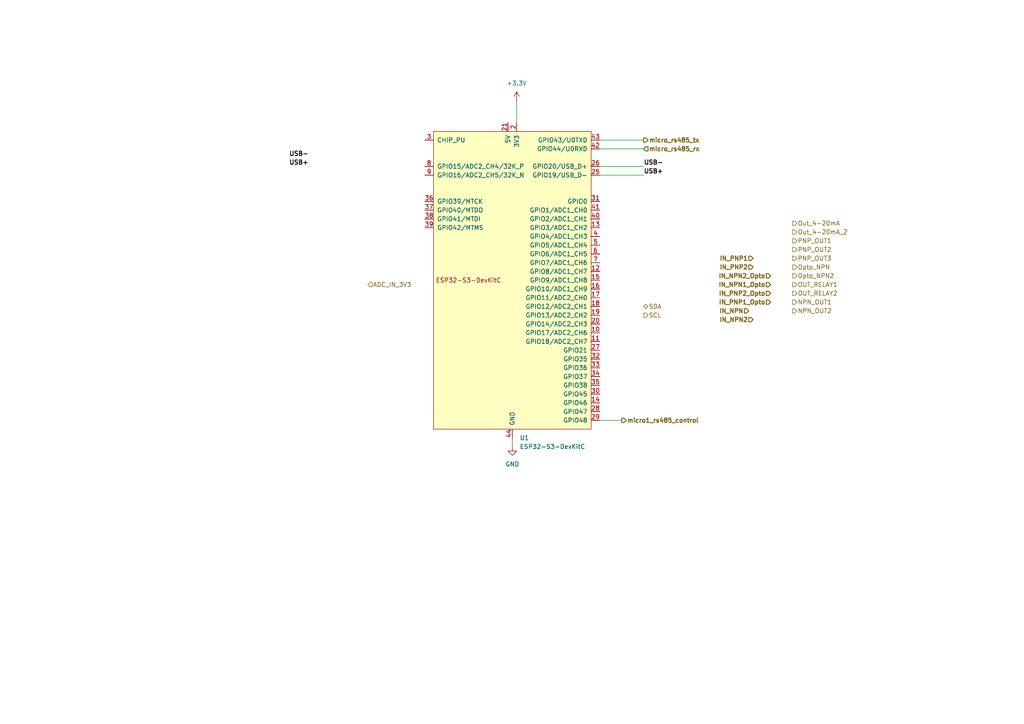
<source format=kicad_sch>
(kicad_sch
	(version 20250114)
	(generator "eeschema")
	(generator_version "9.0")
	(uuid "1faa66be-571e-41f6-bce8-3b569d3462c3")
	(paper "A4")
	(lib_symbols
		(symbol "GP8211S-TC50:+3.3V"
			(power)
			(pin_numbers
				(hide yes)
			)
			(pin_names
				(offset 0)
				(hide yes)
			)
			(exclude_from_sim no)
			(in_bom yes)
			(on_board yes)
			(property "Reference" "#PWR"
				(at 0 -3.81 0)
				(effects
					(font
						(size 1.27 1.27)
					)
					(hide yes)
				)
			)
			(property "Value" "+3.3V"
				(at 0 3.556 0)
				(effects
					(font
						(size 1.27 1.27)
					)
				)
			)
			(property "Footprint" ""
				(at 0 0 0)
				(effects
					(font
						(size 1.27 1.27)
					)
					(hide yes)
				)
			)
			(property "Datasheet" ""
				(at 0 0 0)
				(effects
					(font
						(size 1.27 1.27)
					)
					(hide yes)
				)
			)
			(property "Description" "Power symbol creates a global label with name \"+3.3V\""
				(at 0 0 0)
				(effects
					(font
						(size 1.27 1.27)
					)
					(hide yes)
				)
			)
			(property "ki_keywords" "global power"
				(at 0 0 0)
				(effects
					(font
						(size 1.27 1.27)
					)
					(hide yes)
				)
			)
			(symbol "+3.3V_0_1"
				(polyline
					(pts
						(xy -0.762 1.27) (xy 0 2.54)
					)
					(stroke
						(width 0)
						(type default)
					)
					(fill
						(type none)
					)
				)
				(polyline
					(pts
						(xy 0 2.54) (xy 0.762 1.27)
					)
					(stroke
						(width 0)
						(type default)
					)
					(fill
						(type none)
					)
				)
				(polyline
					(pts
						(xy 0 0) (xy 0 2.54)
					)
					(stroke
						(width 0)
						(type default)
					)
					(fill
						(type none)
					)
				)
			)
			(symbol "+3.3V_1_1"
				(pin power_in line
					(at 0 0 90)
					(length 0)
					(name "~"
						(effects
							(font
								(size 1.27 1.27)
							)
						)
					)
					(number "1"
						(effects
							(font
								(size 1.27 1.27)
							)
						)
					)
				)
			)
			(embedded_fonts no)
		)
		(symbol "GP8211S-TC50:ESP32-S3-DevKitC"
			(pin_names
				(offset 1.016)
			)
			(exclude_from_sim no)
			(in_bom yes)
			(on_board yes)
			(property "Reference" "U"
				(at -22.86 48.26 0)
				(effects
					(font
						(size 1.27 1.27)
					)
					(justify left)
				)
			)
			(property "Value" "ESP32-S3-DevKitC"
				(at -22.86 45.72 0)
				(effects
					(font
						(size 1.27 1.27)
					)
					(justify left)
				)
			)
			(property "Footprint" "PCM_Espressif:ESP32-S3-DevKitC"
				(at 0 -57.15 0)
				(effects
					(font
						(size 1.27 1.27)
					)
					(hide yes)
				)
			)
			(property "Datasheet" ""
				(at -59.69 -2.54 0)
				(effects
					(font
						(size 1.27 1.27)
					)
					(hide yes)
				)
			)
			(property "Description" "ESP32-S3-DevKitC"
				(at 0 0 0)
				(effects
					(font
						(size 1.27 1.27)
					)
					(hide yes)
				)
			)
			(symbol "ESP32-S3-DevKitC_0_0"
				(text "ESP32-S3-DevKitC"
					(at -12.7 0 0)
					(effects
						(font
							(size 1.27 1.27)
						)
					)
				)
				(pin bidirectional line
					(at -25.4 15.24 0)
					(length 2.54)
					(name "GPIO42/MTMS"
						(effects
							(font
								(size 1.27 1.27)
							)
						)
					)
					(number "39"
						(effects
							(font
								(size 1.27 1.27)
							)
						)
					)
				)
				(pin power_in line
					(at 0 -45.72 90)
					(length 2.54)
					(name "GND"
						(effects
							(font
								(size 1.27 1.27)
							)
						)
					)
					(number "44"
						(effects
							(font
								(size 1.27 1.27)
							)
						)
					)
				)
				(pin bidirectional line
					(at 25.4 40.64 180)
					(length 2.54)
					(name "GPIO43/U0TXD"
						(effects
							(font
								(size 1.27 1.27)
							)
						)
					)
					(number "43"
						(effects
							(font
								(size 1.27 1.27)
							)
						)
					)
				)
				(pin bidirectional line
					(at 25.4 38.1 180)
					(length 2.54)
					(name "GPIO44/U0RXD"
						(effects
							(font
								(size 1.27 1.27)
							)
						)
					)
					(number "42"
						(effects
							(font
								(size 1.27 1.27)
							)
						)
					)
				)
				(pin bidirectional line
					(at 25.4 20.32 180)
					(length 2.54)
					(name "GPIO1/ADC1_CH0"
						(effects
							(font
								(size 1.27 1.27)
							)
						)
					)
					(number "41"
						(effects
							(font
								(size 1.27 1.27)
							)
						)
					)
				)
				(pin bidirectional line
					(at 25.4 17.78 180)
					(length 2.54)
					(name "GPIO2/ADC1_CH1"
						(effects
							(font
								(size 1.27 1.27)
							)
						)
					)
					(number "40"
						(effects
							(font
								(size 1.27 1.27)
							)
						)
					)
				)
				(pin bidirectional line
					(at 25.4 -10.16 180)
					(length 2.54)
					(name "GPIO13/ADC2_CH2"
						(effects
							(font
								(size 1.27 1.27)
							)
						)
					)
					(number "19"
						(effects
							(font
								(size 1.27 1.27)
							)
						)
					)
				)
				(pin bidirectional line
					(at 25.4 -35.56 180)
					(length 2.54)
					(name "GPIO46"
						(effects
							(font
								(size 1.27 1.27)
							)
						)
					)
					(number "14"
						(effects
							(font
								(size 1.27 1.27)
							)
						)
					)
				)
			)
			(symbol "ESP32-S3-DevKitC_0_1"
				(rectangle
					(start -22.86 43.18)
					(end 22.86 -43.18)
					(stroke
						(width 0)
						(type default)
					)
					(fill
						(type background)
					)
				)
				(pin power_in line
					(at 1.27 45.72 270)
					(length 2.54)
					(name "3V3"
						(effects
							(font
								(size 1.27 1.27)
							)
						)
					)
					(number "2"
						(effects
							(font
								(size 1.27 1.27)
							)
						)
					)
				)
			)
			(symbol "ESP32-S3-DevKitC_1_1"
				(pin input line
					(at -25.4 40.64 0)
					(length 2.54)
					(name "CHIP_PU"
						(effects
							(font
								(size 1.27 1.27)
							)
						)
					)
					(number "3"
						(effects
							(font
								(size 1.27 1.27)
							)
						)
					)
				)
				(pin bidirectional line
					(at -25.4 33.02 0)
					(length 2.54)
					(name "GPIO15/ADC2_CH4/32K_P"
						(effects
							(font
								(size 1.27 1.27)
							)
						)
					)
					(number "8"
						(effects
							(font
								(size 1.27 1.27)
							)
						)
					)
				)
				(pin bidirectional line
					(at -25.4 30.48 0)
					(length 2.54)
					(name "GPIO16/ADC2_CH5/32K_N"
						(effects
							(font
								(size 1.27 1.27)
							)
						)
					)
					(number "9"
						(effects
							(font
								(size 1.27 1.27)
							)
						)
					)
				)
				(pin bidirectional line
					(at -25.4 22.86 0)
					(length 2.54)
					(name "GPIO39/MTCK"
						(effects
							(font
								(size 1.27 1.27)
							)
						)
					)
					(number "36"
						(effects
							(font
								(size 1.27 1.27)
							)
						)
					)
				)
				(pin bidirectional line
					(at -25.4 20.32 0)
					(length 2.54)
					(name "GPIO40/MTDO"
						(effects
							(font
								(size 1.27 1.27)
							)
						)
					)
					(number "37"
						(effects
							(font
								(size 1.27 1.27)
							)
						)
					)
				)
				(pin bidirectional line
					(at -25.4 17.78 0)
					(length 2.54)
					(name "GPIO41/MTDI"
						(effects
							(font
								(size 1.27 1.27)
							)
						)
					)
					(number "38"
						(effects
							(font
								(size 1.27 1.27)
							)
						)
					)
				)
				(pin power_in line
					(at -1.27 45.72 270)
					(length 2.54)
					(name "5V"
						(effects
							(font
								(size 1.27 1.27)
							)
						)
					)
					(number "21"
						(effects
							(font
								(size 1.27 1.27)
							)
						)
					)
				)
				(pin passive line
					(at 0 -45.72 90)
					(length 2.54)
					(hide yes)
					(name "GND"
						(effects
							(font
								(size 1.27 1.27)
							)
						)
					)
					(number "22"
						(effects
							(font
								(size 1.27 1.27)
							)
						)
					)
				)
				(pin passive line
					(at 0 -45.72 90)
					(length 2.54)
					(hide yes)
					(name "GND"
						(effects
							(font
								(size 1.27 1.27)
							)
						)
					)
					(number "23"
						(effects
							(font
								(size 1.27 1.27)
							)
						)
					)
				)
				(pin passive line
					(at 0 -45.72 90)
					(length 2.54)
					(hide yes)
					(name "GND"
						(effects
							(font
								(size 1.27 1.27)
							)
						)
					)
					(number "24"
						(effects
							(font
								(size 1.27 1.27)
							)
						)
					)
				)
				(pin passive line
					(at 1.27 45.72 270)
					(length 2.54)
					(hide yes)
					(name "3V3"
						(effects
							(font
								(size 1.27 1.27)
							)
						)
					)
					(number "1"
						(effects
							(font
								(size 1.27 1.27)
							)
						)
					)
				)
				(pin bidirectional line
					(at 25.4 33.02 180)
					(length 2.54)
					(name "GPIO20/USB_D+"
						(effects
							(font
								(size 1.27 1.27)
							)
						)
					)
					(number "26"
						(effects
							(font
								(size 1.27 1.27)
							)
						)
					)
				)
				(pin bidirectional line
					(at 25.4 30.48 180)
					(length 2.54)
					(name "GPIO19/USB_D-"
						(effects
							(font
								(size 1.27 1.27)
							)
						)
					)
					(number "25"
						(effects
							(font
								(size 1.27 1.27)
							)
						)
					)
				)
				(pin bidirectional line
					(at 25.4 22.86 180)
					(length 2.54)
					(name "GPIO0"
						(effects
							(font
								(size 1.27 1.27)
							)
						)
					)
					(number "31"
						(effects
							(font
								(size 1.27 1.27)
							)
						)
					)
				)
				(pin bidirectional line
					(at 25.4 15.24 180)
					(length 2.54)
					(name "GPIO3/ADC1_CH2"
						(effects
							(font
								(size 1.27 1.27)
							)
						)
					)
					(number "13"
						(effects
							(font
								(size 1.27 1.27)
							)
						)
					)
				)
				(pin bidirectional line
					(at 25.4 12.7 180)
					(length 2.54)
					(name "GPIO4/ADC1_CH3"
						(effects
							(font
								(size 1.27 1.27)
							)
						)
					)
					(number "4"
						(effects
							(font
								(size 1.27 1.27)
							)
						)
					)
				)
				(pin bidirectional line
					(at 25.4 10.16 180)
					(length 2.54)
					(name "GPIO5/ADC1_CH4"
						(effects
							(font
								(size 1.27 1.27)
							)
						)
					)
					(number "5"
						(effects
							(font
								(size 1.27 1.27)
							)
						)
					)
				)
				(pin bidirectional line
					(at 25.4 7.62 180)
					(length 2.54)
					(name "GPIO6/ADC1_CH5"
						(effects
							(font
								(size 1.27 1.27)
							)
						)
					)
					(number "6"
						(effects
							(font
								(size 1.27 1.27)
							)
						)
					)
				)
				(pin bidirectional line
					(at 25.4 5.08 180)
					(length 2.54)
					(name "GPIO7/ADC1_CH6"
						(effects
							(font
								(size 1.27 1.27)
							)
						)
					)
					(number "7"
						(effects
							(font
								(size 1.27 1.27)
							)
						)
					)
				)
				(pin bidirectional line
					(at 25.4 2.54 180)
					(length 2.54)
					(name "GPIO8/ADC1_CH7"
						(effects
							(font
								(size 1.27 1.27)
							)
						)
					)
					(number "12"
						(effects
							(font
								(size 1.27 1.27)
							)
						)
					)
				)
				(pin bidirectional line
					(at 25.4 0 180)
					(length 2.54)
					(name "GPIO9/ADC1_CH8"
						(effects
							(font
								(size 1.27 1.27)
							)
						)
					)
					(number "15"
						(effects
							(font
								(size 1.27 1.27)
							)
						)
					)
				)
				(pin bidirectional line
					(at 25.4 -2.54 180)
					(length 2.54)
					(name "GPIO10/ADC1_CH9"
						(effects
							(font
								(size 1.27 1.27)
							)
						)
					)
					(number "16"
						(effects
							(font
								(size 1.27 1.27)
							)
						)
					)
				)
				(pin bidirectional line
					(at 25.4 -5.08 180)
					(length 2.54)
					(name "GPIO11/ADC2_CH0"
						(effects
							(font
								(size 1.27 1.27)
							)
						)
					)
					(number "17"
						(effects
							(font
								(size 1.27 1.27)
							)
						)
					)
				)
				(pin bidirectional line
					(at 25.4 -7.62 180)
					(length 2.54)
					(name "GPIO12/ADC2_CH1"
						(effects
							(font
								(size 1.27 1.27)
							)
						)
					)
					(number "18"
						(effects
							(font
								(size 1.27 1.27)
							)
						)
					)
				)
				(pin bidirectional line
					(at 25.4 -12.7 180)
					(length 2.54)
					(name "GPIO14/ADC2_CH3"
						(effects
							(font
								(size 1.27 1.27)
							)
						)
					)
					(number "20"
						(effects
							(font
								(size 1.27 1.27)
							)
						)
					)
				)
				(pin bidirectional line
					(at 25.4 -15.24 180)
					(length 2.54)
					(name "GPIO17/ADC2_CH6"
						(effects
							(font
								(size 1.27 1.27)
							)
						)
					)
					(number "10"
						(effects
							(font
								(size 1.27 1.27)
							)
						)
					)
				)
				(pin bidirectional line
					(at 25.4 -17.78 180)
					(length 2.54)
					(name "GPIO18/ADC2_CH7"
						(effects
							(font
								(size 1.27 1.27)
							)
						)
					)
					(number "11"
						(effects
							(font
								(size 1.27 1.27)
							)
						)
					)
				)
				(pin bidirectional line
					(at 25.4 -20.32 180)
					(length 2.54)
					(name "GPIO21"
						(effects
							(font
								(size 1.27 1.27)
							)
						)
					)
					(number "27"
						(effects
							(font
								(size 1.27 1.27)
							)
						)
					)
				)
				(pin bidirectional line
					(at 25.4 -22.86 180)
					(length 2.54)
					(name "GPIO35"
						(effects
							(font
								(size 1.27 1.27)
							)
						)
					)
					(number "32"
						(effects
							(font
								(size 1.27 1.27)
							)
						)
					)
				)
				(pin bidirectional line
					(at 25.4 -25.4 180)
					(length 2.54)
					(name "GPIO36"
						(effects
							(font
								(size 1.27 1.27)
							)
						)
					)
					(number "33"
						(effects
							(font
								(size 1.27 1.27)
							)
						)
					)
				)
				(pin bidirectional line
					(at 25.4 -27.94 180)
					(length 2.54)
					(name "GPIO37"
						(effects
							(font
								(size 1.27 1.27)
							)
						)
					)
					(number "34"
						(effects
							(font
								(size 1.27 1.27)
							)
						)
					)
				)
				(pin bidirectional line
					(at 25.4 -30.48 180)
					(length 2.54)
					(name "GPIO38"
						(effects
							(font
								(size 1.27 1.27)
							)
						)
					)
					(number "35"
						(effects
							(font
								(size 1.27 1.27)
							)
						)
					)
				)
				(pin bidirectional line
					(at 25.4 -33.02 180)
					(length 2.54)
					(name "GPIO45"
						(effects
							(font
								(size 1.27 1.27)
							)
						)
					)
					(number "30"
						(effects
							(font
								(size 1.27 1.27)
							)
						)
					)
				)
				(pin bidirectional line
					(at 25.4 -38.1 180)
					(length 2.54)
					(name "GPIO47"
						(effects
							(font
								(size 1.27 1.27)
							)
						)
					)
					(number "28"
						(effects
							(font
								(size 1.27 1.27)
							)
						)
					)
				)
				(pin bidirectional line
					(at 25.4 -40.64 180)
					(length 2.54)
					(name "GPIO48"
						(effects
							(font
								(size 1.27 1.27)
							)
						)
					)
					(number "29"
						(effects
							(font
								(size 1.27 1.27)
							)
						)
					)
				)
			)
			(embedded_fonts no)
		)
		(symbol "GP8211S-TC50:GND"
			(power)
			(pin_numbers
				(hide yes)
			)
			(pin_names
				(offset 0)
				(hide yes)
			)
			(exclude_from_sim no)
			(in_bom yes)
			(on_board yes)
			(property "Reference" "#PWR"
				(at 0 -6.35 0)
				(effects
					(font
						(size 1.27 1.27)
					)
					(hide yes)
				)
			)
			(property "Value" "GND"
				(at 0 -3.81 0)
				(effects
					(font
						(size 1.27 1.27)
					)
				)
			)
			(property "Footprint" ""
				(at 0 0 0)
				(effects
					(font
						(size 1.27 1.27)
					)
					(hide yes)
				)
			)
			(property "Datasheet" ""
				(at 0 0 0)
				(effects
					(font
						(size 1.27 1.27)
					)
					(hide yes)
				)
			)
			(property "Description" "Power symbol creates a global label with name \"GND\" , ground"
				(at 0 0 0)
				(effects
					(font
						(size 1.27 1.27)
					)
					(hide yes)
				)
			)
			(property "ki_keywords" "global power"
				(at 0 0 0)
				(effects
					(font
						(size 1.27 1.27)
					)
					(hide yes)
				)
			)
			(symbol "GND_0_1"
				(polyline
					(pts
						(xy 0 0) (xy 0 -1.27) (xy 1.27 -1.27) (xy 0 -2.54) (xy -1.27 -1.27) (xy 0 -1.27)
					)
					(stroke
						(width 0)
						(type default)
					)
					(fill
						(type none)
					)
				)
			)
			(symbol "GND_1_1"
				(pin power_in line
					(at 0 0 270)
					(length 0)
					(name "~"
						(effects
							(font
								(size 1.27 1.27)
							)
						)
					)
					(number "1"
						(effects
							(font
								(size 1.27 1.27)
							)
						)
					)
				)
			)
			(embedded_fonts no)
		)
	)
	(wire
		(pts
			(xy 173.99 40.64) (xy 186.69 40.64)
		)
		(stroke
			(width 0)
			(type default)
		)
		(uuid "1fb0eeec-5388-4cd1-ae14-0f80a0a6a0c4")
	)
	(wire
		(pts
			(xy 149.86 29.21) (xy 149.86 35.56)
		)
		(stroke
			(width 0)
			(type default)
		)
		(uuid "5421ce3e-bb36-4438-9730-12ab17c67d7f")
	)
	(wire
		(pts
			(xy 148.59 129.54) (xy 148.59 127)
		)
		(stroke
			(width 0)
			(type default)
		)
		(uuid "57a8996c-c6b6-4a6a-941c-3423e00d26e8")
	)
	(wire
		(pts
			(xy 173.99 43.18) (xy 186.69 43.18)
		)
		(stroke
			(width 0)
			(type default)
		)
		(uuid "5a3e35ba-42f6-4f27-a700-eea0f6064309")
	)
	(wire
		(pts
			(xy 173.99 50.8) (xy 186.69 50.8)
		)
		(stroke
			(width 0)
			(type default)
		)
		(uuid "64d33f43-1047-4c7f-9f1a-f775bc29869c")
	)
	(wire
		(pts
			(xy 173.99 48.26) (xy 186.69 48.26)
		)
		(stroke
			(width 0)
			(type default)
		)
		(uuid "9f1e06c1-1c54-409f-84a5-75d5078764d5")
	)
	(wire
		(pts
			(xy 173.99 121.92) (xy 180.34 121.92)
		)
		(stroke
			(width 0)
			(type default)
		)
		(uuid "de3d5421-4c3f-4671-aac6-186f24f45478")
	)
	(label "USB-"
		(at 83.82 45.72 0)
		(effects
			(font
				(size 1.27 1.27)
				(thickness 0.254)
				(bold yes)
			)
			(justify left bottom)
		)
		(uuid "b2f82cb4-d75a-40a2-87f4-261aa7d6665c")
	)
	(label "USB+"
		(at 83.82 48.26 0)
		(effects
			(font
				(size 1.27 1.27)
				(thickness 0.254)
				(bold yes)
			)
			(justify left bottom)
		)
		(uuid "cf7ed19f-3749-4f27-a228-0b2d73c72671")
	)
	(label "USB-"
		(at 186.69 48.26 0)
		(effects
			(font
				(size 1.27 1.27)
				(thickness 0.254)
				(bold yes)
			)
			(justify left bottom)
		)
		(uuid "f671ecff-a14a-4037-a4a4-493db9473ba1")
	)
	(label "USB+"
		(at 186.69 50.8 0)
		(effects
			(font
				(size 1.27 1.27)
				(thickness 0.254)
				(bold yes)
			)
			(justify left bottom)
		)
		(uuid "f67fb428-d9b8-4acf-a107-f9ec474ce21c")
	)
	(hierarchical_label "IN_NPN"
		(shape input)
		(at 217.17 90.17 180)
		(effects
			(font
				(size 1.27 1.27)
				(thickness 0.254)
				(bold yes)
			)
			(justify right)
		)
		(uuid "06e03937-f1ab-47a7-99fa-8d5394aee930")
	)
	(hierarchical_label "micro1_rs485_control"
		(shape output)
		(at 180.34 121.92 0)
		(effects
			(font
				(size 1.27 1.27)
				(thickness 0.254)
				(bold yes)
			)
			(justify left)
		)
		(uuid "0b747e42-db8b-4e57-8aff-a2882a52242e")
	)
	(hierarchical_label "Out_4-20mA_2"
		(shape output)
		(at 229.87 67.31 0)
		(effects
			(font
				(size 1.27 1.27)
			)
			(justify left)
		)
		(uuid "1772399f-aebe-483c-94ce-10cf74fb4509")
	)
	(hierarchical_label "SDA"
		(shape bidirectional)
		(at 186.69 88.9 0)
		(effects
			(font
				(size 1.27 1.27)
			)
			(justify left)
		)
		(uuid "29f851ea-1ff4-4354-8c51-2e346b0800a9")
	)
	(hierarchical_label "SCL"
		(shape output)
		(at 186.69 91.44 0)
		(effects
			(font
				(size 1.27 1.27)
			)
			(justify left)
		)
		(uuid "2d0eca42-6c4a-4b2d-ab85-062b16371cd7")
	)
	(hierarchical_label "micro_rs485_rx"
		(shape input)
		(at 186.69 43.18 0)
		(effects
			(font
				(size 1.27 1.27)
				(thickness 0.254)
				(bold yes)
			)
			(justify left)
		)
		(uuid "2dd96f76-6dd8-4519-96e2-ec4c3599ab44")
	)
	(hierarchical_label "PNP_OUT1"
		(shape output)
		(at 229.87 69.85 0)
		(effects
			(font
				(size 1.27 1.27)
			)
			(justify left)
		)
		(uuid "34dbbe6f-5b7b-470e-a982-1c780460f0dd")
	)
	(hierarchical_label "ADC_IN_3V3"
		(shape input)
		(at 106.68 82.55 0)
		(effects
			(font
				(size 1.27 1.27)
			)
			(justify left)
		)
		(uuid "3814e748-c99b-4c24-89de-6065f41bf9a3")
	)
	(hierarchical_label "NPN_OUT2"
		(shape output)
		(at 229.87 90.17 0)
		(effects
			(font
				(size 1.27 1.27)
			)
			(justify left)
		)
		(uuid "51e0f740-301e-4a80-8065-f0ccfc1814a5")
	)
	(hierarchical_label "NPN_OUT1"
		(shape output)
		(at 229.87 87.63 0)
		(effects
			(font
				(size 1.27 1.27)
			)
			(justify left)
		)
		(uuid "5e9a11e4-733f-4837-872f-b611c66f6b5b")
	)
	(hierarchical_label "IN_PNP2"
		(shape input)
		(at 218.44 77.47 180)
		(effects
			(font
				(size 1.27 1.27)
				(thickness 0.254)
				(bold yes)
			)
			(justify right)
		)
		(uuid "5eb68b30-7eae-418a-8342-12519c96c84d")
	)
	(hierarchical_label "IN_NPN2_Opto"
		(shape input)
		(at 223.52 80.01 180)
		(effects
			(font
				(size 1.27 1.27)
				(thickness 0.254)
				(bold yes)
			)
			(justify right)
		)
		(uuid "6da40abd-83fb-4553-b12b-888fe2ba49b7")
	)
	(hierarchical_label "micro_rs485_tx"
		(shape output)
		(at 186.69 40.64 0)
		(effects
			(font
				(size 1.27 1.27)
				(thickness 0.254)
				(bold yes)
			)
			(justify left)
		)
		(uuid "71403c72-c7fd-4822-9867-aa6d9a3e122d")
	)
	(hierarchical_label "OUT_RELAY1"
		(shape output)
		(at 229.87 82.55 0)
		(effects
			(font
				(size 1.27 1.27)
			)
			(justify left)
		)
		(uuid "773fd93a-d7f0-4780-b999-b52c222f93c0")
	)
	(hierarchical_label "IN_PNP1"
		(shape input)
		(at 218.44 74.93 180)
		(effects
			(font
				(size 1.27 1.27)
				(thickness 0.254)
				(bold yes)
			)
			(justify right)
		)
		(uuid "8698b96e-dc24-4bae-adca-b9ee1a83c87b")
	)
	(hierarchical_label "PNP_OUT2"
		(shape output)
		(at 229.87 72.39 0)
		(effects
			(font
				(size 1.27 1.27)
			)
			(justify left)
		)
		(uuid "8aa9fe17-1537-4986-ac80-05e0f4ed0880")
	)
	(hierarchical_label "IN_PNP1_Opto"
		(shape input)
		(at 223.52 87.63 180)
		(effects
			(font
				(size 1.27 1.27)
				(thickness 0.254)
				(bold yes)
			)
			(justify right)
		)
		(uuid "8d8921ae-3fa3-47b1-b996-867d8dae5854")
	)
	(hierarchical_label "Opto_NPN"
		(shape output)
		(at 229.87 77.47 0)
		(effects
			(font
				(size 1.27 1.27)
			)
			(justify left)
		)
		(uuid "95ff5f34-1705-4ccb-b89b-3f483fa70fad")
	)
	(hierarchical_label "Out_4-20mA"
		(shape output)
		(at 229.87 64.77 0)
		(effects
			(font
				(size 1.27 1.27)
			)
			(justify left)
		)
		(uuid "aae9f2f2-2f0b-4fbd-b49b-a6772b601a70")
	)
	(hierarchical_label "IN_PNP2_Opto"
		(shape input)
		(at 223.52 85.09 180)
		(effects
			(font
				(size 1.27 1.27)
				(thickness 0.254)
				(bold yes)
			)
			(justify right)
		)
		(uuid "b007fb25-e81b-4f79-8684-770bbcbf1ff4")
	)
	(hierarchical_label "IN_NPN2"
		(shape input)
		(at 218.44 92.71 180)
		(effects
			(font
				(size 1.27 1.27)
				(thickness 0.254)
				(bold yes)
			)
			(justify right)
		)
		(uuid "b58c5b32-aa5e-4c30-bd79-e2def5c23398")
	)
	(hierarchical_label "IN_NPN1_Opto"
		(shape input)
		(at 223.52 82.55 180)
		(effects
			(font
				(size 1.27 1.27)
				(thickness 0.254)
				(bold yes)
			)
			(justify right)
		)
		(uuid "b90c974a-09b2-4680-b8fe-788e7c143d1f")
	)
	(hierarchical_label "Opto_NPN2"
		(shape output)
		(at 229.87 80.01 0)
		(effects
			(font
				(size 1.27 1.27)
			)
			(justify left)
		)
		(uuid "bc927d9a-de58-4704-95a2-c34b9b1ab3da")
	)
	(hierarchical_label "OUT_RELAY2"
		(shape output)
		(at 229.87 85.09 0)
		(effects
			(font
				(size 1.27 1.27)
			)
			(justify left)
		)
		(uuid "ed18d453-fcf8-493b-87a2-a1d8893648de")
	)
	(hierarchical_label "PNP_OUT3"
		(shape output)
		(at 229.87 74.93 0)
		(effects
			(font
				(size 1.27 1.27)
			)
			(justify left)
		)
		(uuid "f12d2bb6-523f-4b7a-862a-9a807f40d3e4")
	)
	(symbol
		(lib_id "GP8211S-TC50:ESP32-S3-DevKitC")
		(at 148.59 81.28 0)
		(unit 1)
		(exclude_from_sim no)
		(in_bom yes)
		(on_board yes)
		(dnp no)
		(fields_autoplaced yes)
		(uuid "4d7714fa-4179-475a-81cb-f16f7b13226d")
		(property "Reference" "U1"
			(at 150.7333 127 0)
			(effects
				(font
					(size 1.27 1.27)
				)
				(justify left)
			)
		)
		(property "Value" "ESP32-S3-DevKitC"
			(at 150.7333 129.54 0)
			(effects
				(font
					(size 1.27 1.27)
				)
				(justify left)
			)
		)
		(property "Footprint" "PCM_Espressif:ESP32-S3-DevKitC"
			(at 148.59 138.43 0)
			(effects
				(font
					(size 1.27 1.27)
				)
				(hide yes)
			)
		)
		(property "Datasheet" ""
			(at 88.9 83.82 0)
			(effects
				(font
					(size 1.27 1.27)
				)
				(hide yes)
			)
		)
		(property "Description" "ESP32-S3-DevKitC"
			(at 148.59 81.28 0)
			(effects
				(font
					(size 1.27 1.27)
				)
				(hide yes)
			)
		)
		(property "LCSC" ""
			(at 148.59 81.28 0)
			(effects
				(font
					(size 1.27 1.27)
				)
				(hide yes)
			)
		)
		(pin "40"
			(uuid "e115f313-bffa-4949-961e-8e28e8baa1eb")
		)
		(pin "7"
			(uuid "1d5e2761-9c5a-41cd-9db4-6afa61e8ffcf")
		)
		(pin "41"
			(uuid "57f5ea65-7f7a-4990-928e-2c6f5bf44689")
		)
		(pin "32"
			(uuid "83c14678-df48-4625-9512-d332d1b6f163")
		)
		(pin "38"
			(uuid "beca1b6a-60ae-4c32-8380-2b444701af15")
		)
		(pin "10"
			(uuid "40de8925-5c24-41fa-b3e3-801ddb838d90")
		)
		(pin "5"
			(uuid "55964244-e1b9-4290-b15e-eb4d7459d1e5")
		)
		(pin "14"
			(uuid "8ad86d7e-ed01-4d17-8ea1-5263e5758c83")
		)
		(pin "28"
			(uuid "2bd8c987-6dbe-49c1-b3cb-66a2c3793b05")
		)
		(pin "29"
			(uuid "75fb02ea-4c97-492e-98db-5ff2bbbd6919")
		)
		(pin "8"
			(uuid "06300829-62ef-4b3e-9755-9fff526beca4")
		)
		(pin "1"
			(uuid "d17182d1-62e5-4534-91ab-08720ebd7da7")
		)
		(pin "42"
			(uuid "e2837af2-200e-4991-a6c6-6acb308d56e5")
		)
		(pin "21"
			(uuid "c1893349-6e24-4d22-a378-ae87dd439bbc")
		)
		(pin "25"
			(uuid "b25ac48e-cfe4-46f2-bc84-f04b7c014645")
		)
		(pin "39"
			(uuid "e1b68a3d-ace6-43b1-a2da-bf1172b7570e")
		)
		(pin "31"
			(uuid "553448fb-3068-44b1-a245-a07e8230d7d4")
		)
		(pin "13"
			(uuid "cc53a2ca-50f7-4615-9b4c-4cae8ab2cb17")
		)
		(pin "44"
			(uuid "79ebe45c-d474-45a3-bbf3-77a937944990")
		)
		(pin "36"
			(uuid "f77178e4-06a6-43f5-8990-8199a6849a1e")
		)
		(pin "15"
			(uuid "6662e946-b5b7-46a6-b340-2207b6db8382")
		)
		(pin "16"
			(uuid "62c34e34-2bc8-4307-b162-aabc8cef9227")
		)
		(pin "37"
			(uuid "01bb1cbb-3e22-4886-b529-f3fe44e11773")
		)
		(pin "12"
			(uuid "92ff770a-5ea3-430e-9a99-47cb2cccb1cf")
		)
		(pin "11"
			(uuid "bc94e3cf-e307-4a88-a505-34fc404067bc")
		)
		(pin "43"
			(uuid "85487819-d78b-4722-a183-c2d72ed40442")
		)
		(pin "19"
			(uuid "4fa081fd-f7ae-44a7-9ee4-c6e5586606e2")
		)
		(pin "3"
			(uuid "09ddd246-7f72-4394-a100-04e2cd121fe2")
		)
		(pin "22"
			(uuid "1e6a72cb-e48f-41c1-a95a-ed0ec03c706b")
		)
		(pin "26"
			(uuid "79f683a0-d9f3-4451-afb8-5e807c7bc931")
		)
		(pin "27"
			(uuid "d236b26f-5d82-4304-ba3f-8525d1f5274b")
		)
		(pin "24"
			(uuid "6e37653b-c5f8-40a6-9a55-10dd1af401a2")
		)
		(pin "17"
			(uuid "c0ef5d33-006c-4c17-9b48-1e0307fc53fd")
		)
		(pin "2"
			(uuid "916125cc-3945-4c15-b0e5-3e5105fcfcd1")
		)
		(pin "18"
			(uuid "a07949bc-2cb0-402f-bb44-026b5a97341c")
		)
		(pin "34"
			(uuid "0ccd89f8-7ac9-495c-b854-08cb6431547b")
		)
		(pin "6"
			(uuid "48efbd67-7235-44bc-b201-d419ae3a8857")
		)
		(pin "20"
			(uuid "e08ea27b-b13d-4ef6-910b-1fecbd363d17")
		)
		(pin "33"
			(uuid "5474ff17-f8a5-4dea-9c9d-dd608c285196")
		)
		(pin "23"
			(uuid "02ae96f5-4bff-4b73-890a-3ee2a01461e1")
		)
		(pin "30"
			(uuid "7bc136f6-c941-47c3-ab4d-929283732a21")
		)
		(pin "9"
			(uuid "af0a2380-d5ec-4c04-88d1-f6b097e22f8a")
		)
		(pin "4"
			(uuid "7f505846-71c3-4237-b0e9-93f83d7a04e0")
		)
		(pin "35"
			(uuid "a1fdd4f2-3643-4d42-91a1-1b46d0deca4b")
		)
		(instances
			(project ""
				(path "/20dd9fa8-33e5-4e01-8b4a-8cb5828152c9/ef44eee8-cd41-4527-92e2-6c408c0d0d91/4e043843-9092-4e16-9c41-7d1516f6f132"
					(reference "U1")
					(unit 1)
				)
			)
		)
	)
	(symbol
		(lib_id "GP8211S-TC50:+3.3V")
		(at 149.86 29.21 0)
		(unit 1)
		(exclude_from_sim no)
		(in_bom yes)
		(on_board yes)
		(dnp no)
		(fields_autoplaced yes)
		(uuid "6874351d-81a1-4c04-b1ff-d022d46a274a")
		(property "Reference" "#PWR03"
			(at 149.86 33.02 0)
			(effects
				(font
					(size 1.27 1.27)
				)
				(hide yes)
			)
		)
		(property "Value" "+3.3V"
			(at 149.86 24.13 0)
			(effects
				(font
					(size 1.27 1.27)
				)
			)
		)
		(property "Footprint" ""
			(at 149.86 29.21 0)
			(effects
				(font
					(size 1.27 1.27)
				)
				(hide yes)
			)
		)
		(property "Datasheet" ""
			(at 149.86 29.21 0)
			(effects
				(font
					(size 1.27 1.27)
				)
				(hide yes)
			)
		)
		(property "Description" "Power symbol creates a global label with name \"+3.3V\""
			(at 149.86 29.21 0)
			(effects
				(font
					(size 1.27 1.27)
				)
				(hide yes)
			)
		)
		(pin "1"
			(uuid "dd394ec2-4753-412d-b883-0e81aef349dc")
		)
		(instances
			(project ""
				(path "/20dd9fa8-33e5-4e01-8b4a-8cb5828152c9/ef44eee8-cd41-4527-92e2-6c408c0d0d91/4e043843-9092-4e16-9c41-7d1516f6f132"
					(reference "#PWR03")
					(unit 1)
				)
			)
		)
	)
	(symbol
		(lib_id "GP8211S-TC50:GND")
		(at 148.59 129.54 0)
		(unit 1)
		(exclude_from_sim no)
		(in_bom yes)
		(on_board yes)
		(dnp no)
		(fields_autoplaced yes)
		(uuid "b05f0302-b813-42cd-aae4-141687ec1342")
		(property "Reference" "#PWR02"
			(at 148.59 135.89 0)
			(effects
				(font
					(size 1.27 1.27)
				)
				(hide yes)
			)
		)
		(property "Value" "GND"
			(at 148.59 134.62 0)
			(effects
				(font
					(size 1.27 1.27)
				)
			)
		)
		(property "Footprint" ""
			(at 148.59 129.54 0)
			(effects
				(font
					(size 1.27 1.27)
				)
				(hide yes)
			)
		)
		(property "Datasheet" ""
			(at 148.59 129.54 0)
			(effects
				(font
					(size 1.27 1.27)
				)
				(hide yes)
			)
		)
		(property "Description" "Power symbol creates a global label with name \"GND\" , ground"
			(at 148.59 129.54 0)
			(effects
				(font
					(size 1.27 1.27)
				)
				(hide yes)
			)
		)
		(pin "1"
			(uuid "45e6daba-cf19-4977-aa4d-79a3b101d742")
		)
		(instances
			(project ""
				(path "/20dd9fa8-33e5-4e01-8b4a-8cb5828152c9/ef44eee8-cd41-4527-92e2-6c408c0d0d91/4e043843-9092-4e16-9c41-7d1516f6f132"
					(reference "#PWR02")
					(unit 1)
				)
			)
		)
	)
)

</source>
